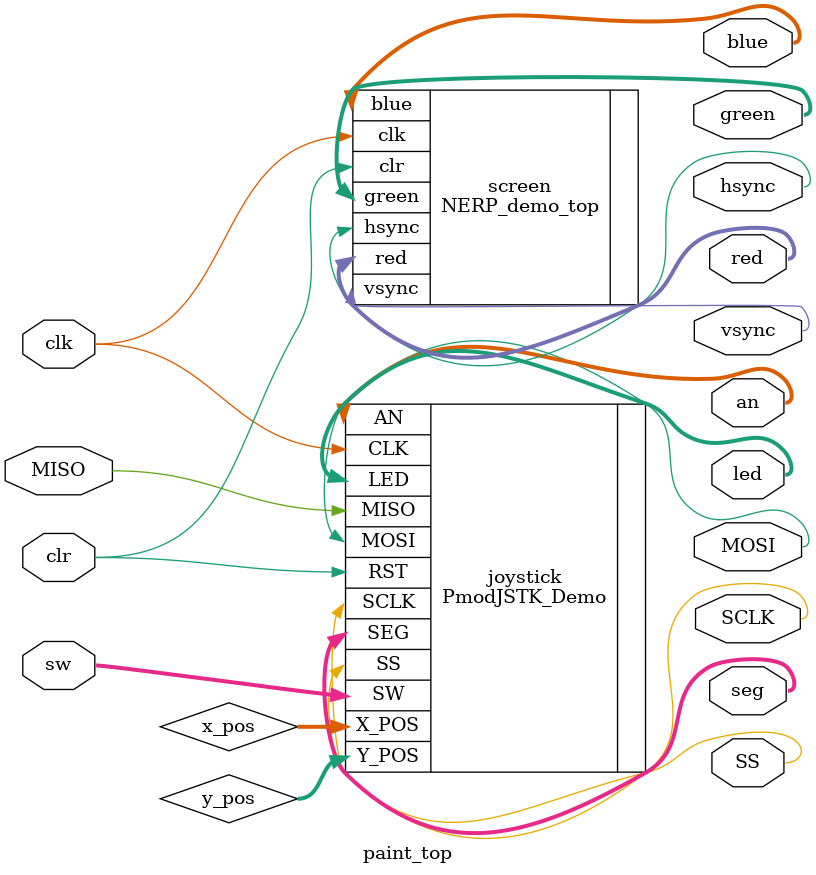
<source format=v>
`timescale 1ns / 1ps


module paint_top(
    clk,
    clr,
    MISO,
    sw,
    SS,
    MOSI,
    SCLK,
    led,
    an,
    seg,
    red,
    green,
    blue,
    hsync,
    vsync
    );
    
input clk;					// 100Mhz onboard clock
input clr;                    // Button D
input MISO;                    // Master In Slave Out, Pin 3, Port JA
input [2:0] sw;            // Switches 2, 1, and 0
output SS;                    // Slave Select, Pin 1, Port JA
output MOSI;                // Master Out Slave In, Pin 2, Port JA
output SCLK;                // Serial Clock, Pin 4, Port JA
output [2:0] led;            // LEDs 2, 1, and 0
output [3:0] an;            // Anodes for Seven Segment Display
output [6:0] seg;            // Cathodes for Seven Segment Display
output [3:0] red;
output [3:0] blue;
output [3:0] green;
output hsync;
output vsync;
    
wire SS;						// Active low
wire MOSI;                    // Data transfer from master to slave
wire SCLK;                    // Serial clock that controls communication
wire [2:0] led;                // Status of PmodJSTK buttons displayed on LEDs
wire [3:0] an;                // Anodes for Seven Segment Display
wire [6:0] seg;            // Cathodes for Seven Segment Display
wire [9:0] x_pos;
wire [9:0] y_pos;

PmodJSTK_Demo joystick(.CLK(clk),.RST(clr),.MISO(MISO),.SW(sw),.SS(SS),.MOSI(MOSI),.SCLK(SCLK),.LED(led),.AN(an),.SEG(seg), .X_POS(x_pos), .Y_POS(y_pos));
NERP_demo_top screen(.clk(clk),.clr(clr), .red(red),.green(green),.blue(blue),.hsync(hsync),.vsync(vsync));


endmodule

</source>
